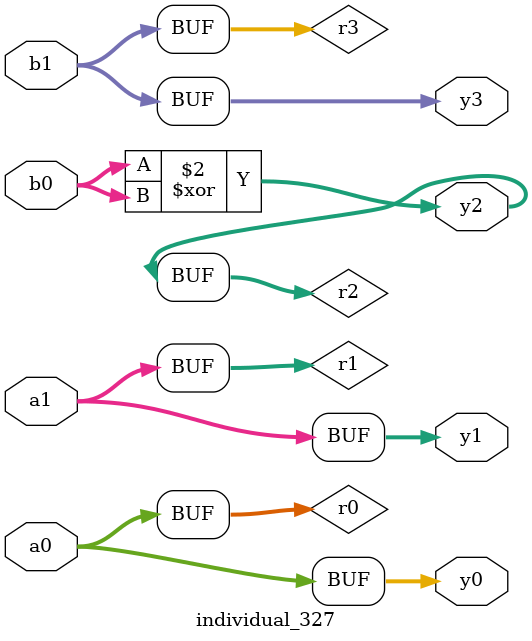
<source format=sv>
module individual_327(input logic [15:0] a1, input logic [15:0] a0, input logic [15:0] b1, input logic [15:0] b0, output logic [15:0] y3, output logic [15:0] y2, output logic [15:0] y1, output logic [15:0] y0);
logic [15:0] r0, r1, r2, r3; 
 always@(*) begin 
	 r0 = a0; r1 = a1; r2 = b0; r3 = b1; 
 	 r2  ^=  b0 ;
 	 y3 = r3; y2 = r2; y1 = r1; y0 = r0; 
end
endmodule
</source>
